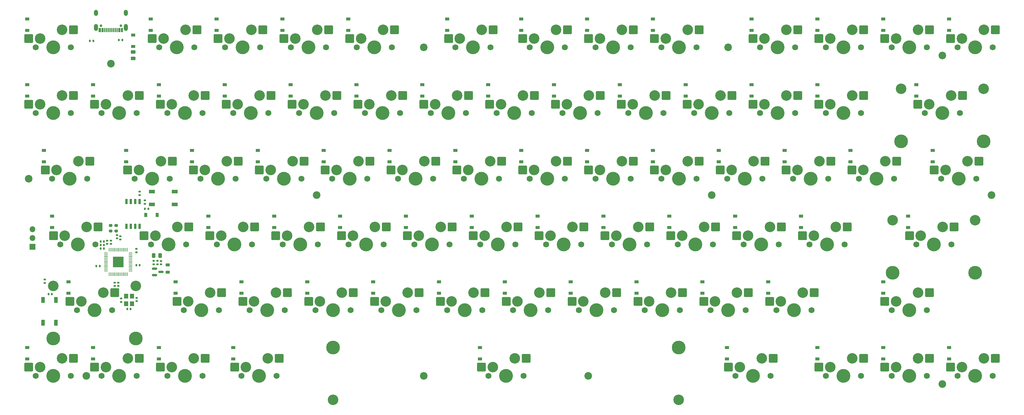
<source format=gbs>
G04 #@! TF.GenerationSoftware,KiCad,Pcbnew,(6.0.1-0)*
G04 #@! TF.CreationDate,2022-06-29T12:55:12+09:00*
G04 #@! TF.ProjectId,key-ripper,6b65792d-7269-4707-9065-722e6b696361,rev?*
G04 #@! TF.SameCoordinates,Original*
G04 #@! TF.FileFunction,Soldermask,Bot*
G04 #@! TF.FilePolarity,Negative*
%FSLAX46Y46*%
G04 Gerber Fmt 4.6, Leading zero omitted, Abs format (unit mm)*
G04 Created by KiCad (PCBNEW (6.0.1-0)) date 2022-06-29 12:55:12*
%MOMM*%
%LPD*%
G01*
G04 APERTURE LIST*
G04 Aperture macros list*
%AMRoundRect*
0 Rectangle with rounded corners*
0 $1 Rounding radius*
0 $2 $3 $4 $5 $6 $7 $8 $9 X,Y pos of 4 corners*
0 Add a 4 corners polygon primitive as box body*
4,1,4,$2,$3,$4,$5,$6,$7,$8,$9,$2,$3,0*
0 Add four circle primitives for the rounded corners*
1,1,$1+$1,$2,$3*
1,1,$1+$1,$4,$5*
1,1,$1+$1,$6,$7*
1,1,$1+$1,$8,$9*
0 Add four rect primitives between the rounded corners*
20,1,$1+$1,$2,$3,$4,$5,0*
20,1,$1+$1,$4,$5,$6,$7,0*
20,1,$1+$1,$6,$7,$8,$9,0*
20,1,$1+$1,$8,$9,$2,$3,0*%
G04 Aperture macros list end*
%ADD10C,1.750000*%
%ADD11C,3.050000*%
%ADD12C,4.000000*%
%ADD13RoundRect,0.250000X-1.025000X-1.000000X1.025000X-1.000000X1.025000X1.000000X-1.025000X1.000000X0*%
%ADD14C,2.200000*%
%ADD15C,3.048000*%
%ADD16C,3.987800*%
%ADD17R,1.700000X1.700000*%
%ADD18O,1.700000X1.700000*%
%ADD19R,1.200000X0.900000*%
%ADD20RoundRect,0.140000X0.140000X0.170000X-0.140000X0.170000X-0.140000X-0.170000X0.140000X-0.170000X0*%
%ADD21RoundRect,0.140000X0.170000X-0.140000X0.170000X0.140000X-0.170000X0.140000X-0.170000X-0.140000X0*%
%ADD22RoundRect,0.140000X-0.140000X-0.170000X0.140000X-0.170000X0.140000X0.170000X-0.140000X0.170000X0*%
%ADD23RoundRect,0.150000X-0.587500X-0.150000X0.587500X-0.150000X0.587500X0.150000X-0.587500X0.150000X0*%
%ADD24RoundRect,0.218750X-0.381250X0.218750X-0.381250X-0.218750X0.381250X-0.218750X0.381250X0.218750X0*%
%ADD25RoundRect,0.200000X0.275000X-0.200000X0.275000X0.200000X-0.275000X0.200000X-0.275000X-0.200000X0*%
%ADD26RoundRect,0.135000X0.185000X-0.135000X0.185000X0.135000X-0.185000X0.135000X-0.185000X-0.135000X0*%
%ADD27C,0.750013*%
%ADD28O,1.200000X1.800000*%
%ADD29O,1.200000X2.000000*%
%ADD30R,0.300000X1.300000*%
%ADD31R,0.900000X1.200000*%
%ADD32RoundRect,0.243750X0.243750X0.456250X-0.243750X0.456250X-0.243750X-0.456250X0.243750X-0.456250X0*%
%ADD33R,1.000000X1.700000*%
%ADD34RoundRect,0.140000X-0.170000X0.140000X-0.170000X-0.140000X0.170000X-0.140000X0.170000X0.140000X0*%
%ADD35RoundRect,0.135000X-0.185000X0.135000X-0.185000X-0.135000X0.185000X-0.135000X0.185000X0.135000X0*%
%ADD36RoundRect,0.135000X-0.135000X-0.185000X0.135000X-0.185000X0.135000X0.185000X-0.135000X0.185000X0*%
%ADD37RoundRect,0.135000X0.135000X0.185000X-0.135000X0.185000X-0.135000X-0.185000X0.135000X-0.185000X0*%
%ADD38RoundRect,0.243750X-0.456250X0.243750X-0.456250X-0.243750X0.456250X-0.243750X0.456250X0.243750X0*%
%ADD39R,1.200000X1.400000*%
%ADD40R,1.100000X0.200000*%
%ADD41R,0.200000X1.100000*%
%ADD42R,3.100000X3.100000*%
%ADD43R,1.700000X1.000000*%
%ADD44RoundRect,0.150000X0.150000X-0.650000X0.150000X0.650000X-0.150000X0.650000X-0.150000X-0.650000X0*%
G04 APERTURE END LIST*
D10*
X42545000Y-123825000D03*
D11*
X50165000Y-118745000D03*
X43815000Y-121285000D03*
D10*
X52705000Y-123825000D03*
D12*
X47625000Y-123825000D03*
D13*
X40540000Y-121285000D03*
X53467000Y-118745000D03*
D10*
X164623750Y-123825000D03*
D12*
X159543750Y-123825000D03*
D11*
X155733750Y-121285000D03*
X162083750Y-118745000D03*
D10*
X154463750Y-123825000D03*
D13*
X152458750Y-121285000D03*
X165385750Y-118745000D03*
D10*
X128905000Y-47625000D03*
D11*
X126365000Y-42545000D03*
D12*
X123825000Y-47625000D03*
D10*
X118745000Y-47625000D03*
D11*
X120015000Y-45085000D03*
D13*
X116740000Y-45085000D03*
X129667000Y-42545000D03*
D12*
X166687500Y-104775000D03*
D10*
X161607500Y-104775000D03*
D11*
X162877500Y-102235000D03*
D10*
X171767500Y-104775000D03*
D11*
X169227500Y-99695000D03*
D13*
X159602500Y-102235000D03*
X172529500Y-99695000D03*
D10*
X252095000Y-123825000D03*
D12*
X257175000Y-123825000D03*
D10*
X262255000Y-123825000D03*
D11*
X259715000Y-118745000D03*
X253365000Y-121285000D03*
D13*
X250090000Y-121285000D03*
X263017000Y-118745000D03*
D14*
X45243750Y-33337500D03*
D12*
X102393750Y-28575000D03*
D10*
X97313750Y-28575000D03*
D11*
X98583750Y-26035000D03*
D10*
X107473750Y-28575000D03*
D11*
X104933750Y-23495000D03*
D13*
X95308750Y-26035000D03*
X108235750Y-23495000D03*
D15*
X52419250Y-97790000D03*
D16*
X28543250Y-113000000D03*
D15*
X28543250Y-97790000D03*
D16*
X52419250Y-113000000D03*
D11*
X69215000Y-42545000D03*
D10*
X61595000Y-47625000D03*
D12*
X66675000Y-47625000D03*
D10*
X71755000Y-47625000D03*
D11*
X62865000Y-45085000D03*
D13*
X59590000Y-45085000D03*
X72517000Y-42545000D03*
D15*
X271430750Y-78740000D03*
D16*
X271430750Y-93950000D03*
X295306750Y-93950000D03*
D15*
X295306750Y-78740000D03*
D11*
X278765000Y-118745000D03*
D10*
X271145000Y-123825000D03*
X281305000Y-123825000D03*
D11*
X272415000Y-121285000D03*
D12*
X276225000Y-123825000D03*
D13*
X269140000Y-121285000D03*
X282067000Y-118745000D03*
D10*
X155098750Y-28575000D03*
D12*
X150018750Y-28575000D03*
D11*
X146208750Y-26035000D03*
D10*
X144938750Y-28575000D03*
D11*
X152558750Y-23495000D03*
D13*
X142933750Y-26035000D03*
X155860750Y-23495000D03*
D14*
X21431250Y-66675000D03*
D10*
X218757500Y-104775000D03*
D12*
X223837500Y-104775000D03*
D11*
X226377500Y-99695000D03*
X220027500Y-102235000D03*
D10*
X228917500Y-104775000D03*
D13*
X216752500Y-102235000D03*
X229679500Y-99695000D03*
D10*
X119380000Y-66675000D03*
X109220000Y-66675000D03*
D11*
X116840000Y-61595000D03*
X110490000Y-64135000D03*
D12*
X114300000Y-66675000D03*
D13*
X107215000Y-64135000D03*
X120142000Y-61595000D03*
D12*
X242887500Y-104775000D03*
D11*
X239077500Y-102235000D03*
D10*
X247967500Y-104775000D03*
D11*
X245427500Y-99695000D03*
D10*
X237807500Y-104775000D03*
D13*
X235802500Y-102235000D03*
X248729500Y-99695000D03*
D10*
X100330000Y-66675000D03*
D12*
X95250000Y-66675000D03*
D11*
X97790000Y-61595000D03*
X91440000Y-64135000D03*
D10*
X90170000Y-66675000D03*
D13*
X88165000Y-64135000D03*
X101092000Y-61595000D03*
D10*
X30638750Y-85725000D03*
D11*
X38258750Y-80645000D03*
D12*
X35718750Y-85725000D03*
D10*
X40798750Y-85725000D03*
D11*
X31908750Y-83185000D03*
D13*
X28633750Y-83185000D03*
X41560750Y-80645000D03*
D12*
X285750000Y-47625000D03*
D11*
X281940000Y-45085000D03*
D10*
X280670000Y-47625000D03*
X290830000Y-47625000D03*
D11*
X288290000Y-42545000D03*
D13*
X278665000Y-45085000D03*
X291592000Y-42545000D03*
D14*
X38100000Y-123825000D03*
D11*
X148590000Y-64135000D03*
D10*
X147320000Y-66675000D03*
D11*
X154940000Y-61595000D03*
D12*
X152400000Y-66675000D03*
D10*
X157480000Y-66675000D03*
D13*
X145315000Y-64135000D03*
X158242000Y-61595000D03*
D10*
X261620000Y-66675000D03*
X271780000Y-66675000D03*
D11*
X269240000Y-61595000D03*
D12*
X266700000Y-66675000D03*
D11*
X262890000Y-64135000D03*
D13*
X259615000Y-64135000D03*
X272542000Y-61595000D03*
D10*
X99695000Y-47625000D03*
D11*
X107315000Y-42545000D03*
X100965000Y-45085000D03*
D12*
X104775000Y-47625000D03*
D10*
X109855000Y-47625000D03*
D13*
X97690000Y-45085000D03*
X110617000Y-42545000D03*
D10*
X23495000Y-47625000D03*
D12*
X28575000Y-47625000D03*
D10*
X33655000Y-47625000D03*
D11*
X31115000Y-42545000D03*
X24765000Y-45085000D03*
D13*
X21490000Y-45085000D03*
X34417000Y-42545000D03*
D11*
X112077500Y-99695000D03*
D10*
X114617500Y-104775000D03*
X104457500Y-104775000D03*
D12*
X109537500Y-104775000D03*
D11*
X105727500Y-102235000D03*
D13*
X102452500Y-102235000D03*
X115379500Y-99695000D03*
D11*
X253365000Y-26035000D03*
D12*
X257175000Y-28575000D03*
D10*
X252095000Y-28575000D03*
X262255000Y-28575000D03*
D11*
X259715000Y-23495000D03*
D13*
X250090000Y-26035000D03*
X263017000Y-23495000D03*
D10*
X38417500Y-66675000D03*
X28257500Y-66675000D03*
D11*
X29527500Y-64135000D03*
X35877500Y-61595000D03*
D12*
X33337500Y-66675000D03*
D13*
X26252500Y-64135000D03*
X39179500Y-61595000D03*
D14*
X219075000Y-71437500D03*
D11*
X207327500Y-99695000D03*
D10*
X199707500Y-104775000D03*
X209867500Y-104775000D03*
D12*
X204787500Y-104775000D03*
D11*
X200977500Y-102235000D03*
D13*
X197702500Y-102235000D03*
X210629500Y-99695000D03*
D16*
X209543750Y-115600000D03*
X109543750Y-115600000D03*
D15*
X109543750Y-130810000D03*
X209543750Y-130810000D03*
D14*
X135731250Y-123825000D03*
X223837500Y-28575000D03*
D11*
X233521250Y-118745000D03*
D12*
X230981250Y-123825000D03*
D11*
X227171250Y-121285000D03*
D10*
X225901250Y-123825000D03*
X236061250Y-123825000D03*
D13*
X223896250Y-121285000D03*
X236823250Y-118745000D03*
D10*
X69373750Y-28575000D03*
D11*
X60483750Y-26035000D03*
D10*
X59213750Y-28575000D03*
D12*
X64293750Y-28575000D03*
D11*
X66833750Y-23495000D03*
D13*
X57208750Y-26035000D03*
X70135750Y-23495000D03*
D10*
X228282500Y-85725000D03*
D12*
X233362500Y-85725000D03*
D11*
X229552500Y-83185000D03*
X235902500Y-80645000D03*
D10*
X238442500Y-85725000D03*
D13*
X226277500Y-83185000D03*
X239204500Y-80645000D03*
D11*
X250190000Y-61595000D03*
D10*
X252730000Y-66675000D03*
X242570000Y-66675000D03*
D11*
X243840000Y-64135000D03*
D12*
X247650000Y-66675000D03*
D13*
X240565000Y-64135000D03*
X253492000Y-61595000D03*
D10*
X52070000Y-66675000D03*
D11*
X59690000Y-61595000D03*
X53340000Y-64135000D03*
D12*
X57150000Y-66675000D03*
D10*
X62230000Y-66675000D03*
D13*
X50065000Y-64135000D03*
X62992000Y-61595000D03*
D10*
X243205000Y-47625000D03*
D12*
X238125000Y-47625000D03*
D11*
X234315000Y-45085000D03*
D10*
X233045000Y-47625000D03*
D11*
X240665000Y-42545000D03*
D13*
X231040000Y-45085000D03*
X243967000Y-42545000D03*
D11*
X79533750Y-26035000D03*
D10*
X88423750Y-28575000D03*
D11*
X85883750Y-23495000D03*
D12*
X83343750Y-28575000D03*
D10*
X78263750Y-28575000D03*
D13*
X76258750Y-26035000D03*
X89185750Y-23495000D03*
D14*
X104775000Y-71437500D03*
D10*
X290195000Y-28575000D03*
D12*
X295275000Y-28575000D03*
D10*
X300355000Y-28575000D03*
D11*
X291465000Y-26035000D03*
X297815000Y-23495000D03*
D13*
X288190000Y-26035000D03*
X301117000Y-23495000D03*
D14*
X135731250Y-28575000D03*
D10*
X181292500Y-85725000D03*
D11*
X172402500Y-83185000D03*
D10*
X171132500Y-85725000D03*
D11*
X178752500Y-80645000D03*
D12*
X176212500Y-85725000D03*
D13*
X169127500Y-83185000D03*
X182054500Y-80645000D03*
D11*
X43815000Y-45085000D03*
D12*
X47625000Y-47625000D03*
D11*
X50165000Y-42545000D03*
D10*
X42545000Y-47625000D03*
X52705000Y-47625000D03*
D13*
X40540000Y-45085000D03*
X53467000Y-42545000D03*
D10*
X271145000Y-28575000D03*
D11*
X278765000Y-23495000D03*
D12*
X276225000Y-28575000D03*
D11*
X272415000Y-26035000D03*
D10*
X281305000Y-28575000D03*
D13*
X269140000Y-26035000D03*
X282067000Y-23495000D03*
D11*
X24765000Y-121285000D03*
D10*
X33655000Y-123825000D03*
D12*
X28575000Y-123825000D03*
D11*
X31115000Y-118745000D03*
D10*
X23495000Y-123825000D03*
D13*
X21490000Y-121285000D03*
X34417000Y-118745000D03*
D10*
X85407500Y-104775000D03*
X95567500Y-104775000D03*
D11*
X86677500Y-102235000D03*
X93027500Y-99695000D03*
D12*
X90487500Y-104775000D03*
D13*
X83402500Y-102235000D03*
X96329500Y-99695000D03*
D11*
X186690000Y-26035000D03*
D10*
X195580000Y-28575000D03*
D11*
X193040000Y-23495000D03*
D10*
X185420000Y-28575000D03*
D12*
X190500000Y-28575000D03*
D13*
X183415000Y-26035000D03*
X196342000Y-23495000D03*
D10*
X126523750Y-28575000D03*
D11*
X123983750Y-23495000D03*
D12*
X121443750Y-28575000D03*
D10*
X116363750Y-28575000D03*
D11*
X117633750Y-26035000D03*
D13*
X114358750Y-26035000D03*
X127285750Y-23495000D03*
D11*
X293052500Y-61595000D03*
X286702500Y-64135000D03*
D10*
X285432500Y-66675000D03*
X295592500Y-66675000D03*
D12*
X290512500Y-66675000D03*
D13*
X283427500Y-64135000D03*
X296354500Y-61595000D03*
D12*
X219075000Y-47625000D03*
D11*
X215265000Y-45085000D03*
D10*
X224155000Y-47625000D03*
D11*
X221615000Y-42545000D03*
D10*
X213995000Y-47625000D03*
D13*
X211990000Y-45085000D03*
X224917000Y-42545000D03*
D10*
X33655000Y-28575000D03*
D11*
X24765000Y-26035000D03*
D12*
X28575000Y-28575000D03*
D11*
X31115000Y-23495000D03*
D10*
X23495000Y-28575000D03*
D13*
X21490000Y-26035000D03*
X34417000Y-23495000D03*
D12*
X66675000Y-123825000D03*
D11*
X69215000Y-118745000D03*
X62865000Y-121285000D03*
D10*
X61595000Y-123825000D03*
X71755000Y-123825000D03*
D13*
X59590000Y-121285000D03*
X72517000Y-118745000D03*
D10*
X204470000Y-28575000D03*
D11*
X205740000Y-26035000D03*
D10*
X214630000Y-28575000D03*
D11*
X212090000Y-23495000D03*
D12*
X209550000Y-28575000D03*
D13*
X202465000Y-26035000D03*
X215392000Y-23495000D03*
D10*
X288448750Y-85725000D03*
D11*
X279558750Y-83185000D03*
X285908750Y-80645000D03*
D10*
X278288750Y-85725000D03*
D12*
X283368750Y-85725000D03*
D13*
X276283750Y-83185000D03*
X289210750Y-80645000D03*
D14*
X285750000Y-126206250D03*
D16*
X273812000Y-55850000D03*
X297688000Y-55850000D03*
D15*
X273812000Y-40640000D03*
X297688000Y-40640000D03*
D10*
X133032500Y-85725000D03*
D11*
X140652500Y-80645000D03*
D12*
X138112500Y-85725000D03*
D11*
X134302500Y-83185000D03*
D10*
X143192500Y-85725000D03*
D13*
X131027500Y-83185000D03*
X143954500Y-80645000D03*
D12*
X214312500Y-85725000D03*
D10*
X219392500Y-85725000D03*
D11*
X216852500Y-80645000D03*
D10*
X209232500Y-85725000D03*
D11*
X210502500Y-83185000D03*
D13*
X207227500Y-83185000D03*
X220154500Y-80645000D03*
D10*
X76517500Y-104775000D03*
D11*
X67627500Y-102235000D03*
D12*
X71437500Y-104775000D03*
D10*
X66357500Y-104775000D03*
D11*
X73977500Y-99695000D03*
D13*
X64352500Y-102235000D03*
X77279500Y-99695000D03*
D10*
X290195000Y-123825000D03*
D11*
X297815000Y-118745000D03*
D12*
X295275000Y-123825000D03*
D11*
X291465000Y-121285000D03*
D10*
X300355000Y-123825000D03*
D13*
X288190000Y-121285000D03*
X301117000Y-118745000D03*
D12*
X257175000Y-47625000D03*
D11*
X253365000Y-45085000D03*
D10*
X262255000Y-47625000D03*
X252095000Y-47625000D03*
D11*
X259715000Y-42545000D03*
D13*
X250090000Y-45085000D03*
X263017000Y-42545000D03*
D11*
X177165000Y-45085000D03*
D10*
X175895000Y-47625000D03*
D11*
X183515000Y-42545000D03*
D10*
X186055000Y-47625000D03*
D12*
X180975000Y-47625000D03*
D13*
X173890000Y-45085000D03*
X186817000Y-42545000D03*
D11*
X78740000Y-61595000D03*
D10*
X81280000Y-66675000D03*
D11*
X72390000Y-64135000D03*
D10*
X71120000Y-66675000D03*
D12*
X76200000Y-66675000D03*
D13*
X69115000Y-64135000D03*
X82042000Y-61595000D03*
D11*
X173990000Y-61595000D03*
D10*
X166370000Y-66675000D03*
D12*
X171450000Y-66675000D03*
D11*
X167640000Y-64135000D03*
D10*
X176530000Y-66675000D03*
D13*
X164365000Y-64135000D03*
X177292000Y-61595000D03*
D11*
X131127500Y-99695000D03*
D12*
X128587500Y-104775000D03*
D11*
X124777500Y-102235000D03*
D10*
X133667500Y-104775000D03*
X123507500Y-104775000D03*
D13*
X121502500Y-102235000D03*
X134429500Y-99695000D03*
D12*
X61912500Y-85725000D03*
D11*
X64452500Y-80645000D03*
D10*
X56832500Y-85725000D03*
X66992500Y-85725000D03*
D11*
X58102500Y-83185000D03*
D13*
X54827500Y-83185000D03*
X67754500Y-80645000D03*
D14*
X183356250Y-123825000D03*
D12*
X209550000Y-66675000D03*
D10*
X214630000Y-66675000D03*
X204470000Y-66675000D03*
D11*
X212090000Y-61595000D03*
X205740000Y-64135000D03*
D13*
X202465000Y-64135000D03*
X215392000Y-61595000D03*
D12*
X195262500Y-85725000D03*
D10*
X190182500Y-85725000D03*
D11*
X191452500Y-83185000D03*
X197802500Y-80645000D03*
D10*
X200342500Y-85725000D03*
D13*
X188177500Y-83185000D03*
X201104500Y-80645000D03*
D11*
X115252500Y-83185000D03*
D10*
X124142500Y-85725000D03*
D11*
X121602500Y-80645000D03*
D12*
X119062500Y-85725000D03*
D10*
X113982500Y-85725000D03*
D13*
X111977500Y-83185000D03*
X124904500Y-80645000D03*
D17*
X22575000Y-86450000D03*
D18*
X22575000Y-83910000D03*
X22575000Y-81370000D03*
D11*
X173990000Y-23495000D03*
D10*
X176530000Y-28575000D03*
D12*
X171450000Y-28575000D03*
D10*
X166370000Y-28575000D03*
D11*
X167640000Y-26035000D03*
D13*
X164365000Y-26035000D03*
X177292000Y-23495000D03*
D11*
X164465000Y-42545000D03*
D12*
X161925000Y-47625000D03*
D10*
X167005000Y-47625000D03*
D11*
X158115000Y-45085000D03*
D10*
X156845000Y-47625000D03*
D13*
X154840000Y-45085000D03*
X167767000Y-42545000D03*
D11*
X129540000Y-64135000D03*
X135890000Y-61595000D03*
D10*
X138430000Y-66675000D03*
X128270000Y-66675000D03*
D12*
X133350000Y-66675000D03*
D13*
X126265000Y-64135000D03*
X139192000Y-61595000D03*
D14*
X300037500Y-71437500D03*
D10*
X83026250Y-123825000D03*
D11*
X84296250Y-121285000D03*
D10*
X93186250Y-123825000D03*
D12*
X88106250Y-123825000D03*
D11*
X90646250Y-118745000D03*
D13*
X81021250Y-121285000D03*
X93948250Y-118745000D03*
D14*
X285750000Y-30956250D03*
D11*
X153352500Y-83185000D03*
D10*
X152082500Y-85725000D03*
D12*
X157162500Y-85725000D03*
D11*
X159702500Y-80645000D03*
D10*
X162242500Y-85725000D03*
D13*
X150077500Y-83185000D03*
X163004500Y-80645000D03*
D11*
X240665000Y-23495000D03*
D12*
X238125000Y-28575000D03*
D10*
X233045000Y-28575000D03*
D11*
X234315000Y-26035000D03*
D10*
X243205000Y-28575000D03*
D13*
X231040000Y-26035000D03*
X243967000Y-23495000D03*
D10*
X185420000Y-66675000D03*
D11*
X186690000Y-64135000D03*
D12*
X190500000Y-66675000D03*
D10*
X195580000Y-66675000D03*
D11*
X193040000Y-61595000D03*
D13*
X183415000Y-64135000D03*
X196342000Y-61595000D03*
D11*
X145415000Y-42545000D03*
D12*
X142875000Y-47625000D03*
D10*
X137795000Y-47625000D03*
D11*
X139065000Y-45085000D03*
D10*
X147955000Y-47625000D03*
D13*
X135790000Y-45085000D03*
X148717000Y-42545000D03*
D11*
X181927500Y-102235000D03*
D10*
X180657500Y-104775000D03*
X190817500Y-104775000D03*
D11*
X188277500Y-99695000D03*
D12*
X185737500Y-104775000D03*
D13*
X178652500Y-102235000D03*
X191579500Y-99695000D03*
D10*
X205105000Y-47625000D03*
X194945000Y-47625000D03*
D11*
X202565000Y-42545000D03*
X196215000Y-45085000D03*
D12*
X200025000Y-47625000D03*
D13*
X192940000Y-45085000D03*
X205867000Y-42545000D03*
D10*
X281305000Y-104775000D03*
X271145000Y-104775000D03*
D11*
X278765000Y-99695000D03*
D12*
X276225000Y-104775000D03*
D11*
X272415000Y-102235000D03*
D13*
X269140000Y-102235000D03*
X282067000Y-99695000D03*
D11*
X248602500Y-83185000D03*
X254952500Y-80645000D03*
D10*
X247332500Y-85725000D03*
D12*
X252412500Y-85725000D03*
D10*
X257492500Y-85725000D03*
D13*
X245327500Y-83185000D03*
X258254500Y-80645000D03*
D10*
X45561250Y-104775000D03*
X35401250Y-104775000D03*
D12*
X40481250Y-104775000D03*
D11*
X36671250Y-102235000D03*
X43021250Y-99695000D03*
D13*
X33396250Y-102235000D03*
X46323250Y-99695000D03*
D10*
X90805000Y-47625000D03*
D12*
X85725000Y-47625000D03*
D11*
X88265000Y-42545000D03*
D10*
X80645000Y-47625000D03*
D11*
X81915000Y-45085000D03*
D13*
X78640000Y-45085000D03*
X91567000Y-42545000D03*
D10*
X233680000Y-66675000D03*
D11*
X231140000Y-61595000D03*
D12*
X228600000Y-66675000D03*
D10*
X223520000Y-66675000D03*
D11*
X224790000Y-64135000D03*
D13*
X221515000Y-64135000D03*
X234442000Y-61595000D03*
D12*
X100012500Y-85725000D03*
D10*
X105092500Y-85725000D03*
D11*
X96202500Y-83185000D03*
X102552500Y-80645000D03*
D10*
X94932500Y-85725000D03*
D13*
X92927500Y-83185000D03*
X105854500Y-80645000D03*
D11*
X83502500Y-80645000D03*
D10*
X86042500Y-85725000D03*
D12*
X80962500Y-85725000D03*
D10*
X75882500Y-85725000D03*
D11*
X77152500Y-83185000D03*
D13*
X73877500Y-83185000D03*
X86804500Y-80645000D03*
D11*
X143827500Y-102235000D03*
D10*
X152717500Y-104775000D03*
D12*
X147637500Y-104775000D03*
D10*
X142557500Y-104775000D03*
D11*
X150177500Y-99695000D03*
D13*
X140552500Y-102235000D03*
X153479500Y-99695000D03*
D19*
X225862500Y-77525000D03*
X225862500Y-80825000D03*
X202050000Y-58475000D03*
X202050000Y-61775000D03*
D20*
X43255000Y-85925000D03*
X42295000Y-85925000D03*
D19*
X130612500Y-77525000D03*
X130612500Y-80825000D03*
D21*
X45225000Y-85625000D03*
X45225000Y-84665000D03*
D19*
X230625000Y-20375000D03*
X230625000Y-23675000D03*
X163950000Y-20375000D03*
X163950000Y-23675000D03*
X21075000Y-20375000D03*
X21075000Y-23675000D03*
X68700000Y-58475000D03*
X68700000Y-61775000D03*
D20*
X43235000Y-84925000D03*
X42275000Y-84925000D03*
D19*
X111562500Y-77525000D03*
X111562500Y-80825000D03*
X87750000Y-58475000D03*
X87750000Y-61775000D03*
X268725000Y-20375000D03*
X268725000Y-23675000D03*
D22*
X27195000Y-100125000D03*
X28155000Y-100125000D03*
D19*
X106800000Y-58475000D03*
X106800000Y-61775000D03*
X249675000Y-20375000D03*
X249675000Y-23675000D03*
X135375000Y-39425000D03*
X135375000Y-42725000D03*
D23*
X57837500Y-94675000D03*
X57837500Y-92775000D03*
X59712500Y-93725000D03*
D24*
X61712500Y-91662500D03*
X61712500Y-93787500D03*
D19*
X202050000Y-20375000D03*
X202050000Y-23675000D03*
X168712500Y-77525000D03*
X168712500Y-80825000D03*
X149662500Y-77525000D03*
X149662500Y-80825000D03*
X51675000Y-28325000D03*
X51675000Y-25025000D03*
X94893750Y-20375000D03*
X94893750Y-23675000D03*
X268725000Y-96575000D03*
X268725000Y-99875000D03*
D25*
X46775000Y-81875000D03*
X46775000Y-80225000D03*
D26*
X26075000Y-96935000D03*
X26075000Y-95915000D03*
D19*
X113943750Y-20375000D03*
X113943750Y-23675000D03*
D26*
X57625000Y-91485000D03*
X57625000Y-90465000D03*
D27*
X42342810Y-22309384D03*
X48142658Y-22309384D03*
D28*
X49567855Y-18609612D03*
D29*
X49567855Y-22809511D03*
D28*
X40917613Y-18609612D03*
D29*
X40917613Y-22809511D03*
D30*
X41892721Y-23577837D03*
X42692823Y-23577837D03*
X43992797Y-23577837D03*
X44992797Y-23577837D03*
X45492670Y-23577837D03*
X46492416Y-23577837D03*
X47792899Y-23577837D03*
X48592747Y-23577837D03*
X48292772Y-23577837D03*
X47492670Y-23577837D03*
X46992797Y-23577837D03*
X45992797Y-23577837D03*
X44492670Y-23577837D03*
X43492670Y-23577837D03*
X42992797Y-23577837D03*
X42192696Y-23577837D03*
D31*
X58625000Y-77225000D03*
X55325000Y-77225000D03*
D19*
X173475000Y-39425000D03*
X173475000Y-42725000D03*
D32*
X59487500Y-88975000D03*
X57612500Y-88975000D03*
D19*
X75843750Y-20375000D03*
X75843750Y-23675000D03*
X183000000Y-20375000D03*
X183000000Y-23675000D03*
X287775000Y-20375000D03*
X287775000Y-23675000D03*
D33*
X29324124Y-108424975D03*
X29325394Y-101825025D03*
X25624606Y-108424975D03*
X25624606Y-101825025D03*
D19*
X49650000Y-58475000D03*
X49650000Y-61775000D03*
X92512500Y-77525000D03*
X92512500Y-80825000D03*
X275868750Y-77525000D03*
X275868750Y-80825000D03*
X268725000Y-115625000D03*
X268725000Y-118925000D03*
X206812500Y-77525000D03*
X206812500Y-80825000D03*
X197287500Y-96575000D03*
X197287500Y-99875000D03*
X82987500Y-96575000D03*
X82987500Y-99875000D03*
D22*
X52615000Y-91805000D03*
X53575000Y-91805000D03*
D26*
X48175000Y-102445000D03*
X48175000Y-101425000D03*
D19*
X63937500Y-96575000D03*
X63937500Y-99875000D03*
X230625000Y-39425000D03*
X230625000Y-42725000D03*
D34*
X47375000Y-96825000D03*
X47375000Y-97785000D03*
D19*
X21075000Y-39425000D03*
X21075000Y-42725000D03*
X163950000Y-58475000D03*
X163950000Y-61775000D03*
X223481250Y-115625000D03*
X223481250Y-118925000D03*
D35*
X55075000Y-73005000D03*
X55075000Y-74025000D03*
D19*
X40125000Y-39425000D03*
X40125000Y-42725000D03*
D36*
X55065000Y-75425000D03*
X56085000Y-75425000D03*
D19*
X40125000Y-115625000D03*
X40125000Y-118925000D03*
D36*
X47565000Y-26525000D03*
X48585000Y-26525000D03*
D19*
X178237500Y-96575000D03*
X178237500Y-99875000D03*
X140137500Y-96575000D03*
X140137500Y-99875000D03*
X240150000Y-58475000D03*
X240150000Y-61775000D03*
D21*
X44175000Y-85625000D03*
X44175000Y-84665000D03*
D19*
X216337500Y-96575000D03*
X216337500Y-99875000D03*
X116325000Y-39425000D03*
X116325000Y-42725000D03*
X59175000Y-39425000D03*
X59175000Y-42725000D03*
X211575000Y-39425000D03*
X211575000Y-42725000D03*
D37*
X40185000Y-26725000D03*
X39165000Y-26725000D03*
D21*
X59700000Y-91530000D03*
X59700000Y-90570000D03*
D19*
X235387500Y-96575000D03*
X235387500Y-99875000D03*
X283012500Y-58475000D03*
X283012500Y-61775000D03*
D21*
X53575000Y-71405000D03*
X53575000Y-70445000D03*
D19*
X154425000Y-39425000D03*
X154425000Y-42725000D03*
D21*
X58700000Y-91480000D03*
X58700000Y-90520000D03*
D19*
X73462500Y-77525000D03*
X73462500Y-80825000D03*
X144900000Y-58475000D03*
X144900000Y-61775000D03*
X278250000Y-39425000D03*
X278250000Y-42725000D03*
X192525000Y-39425000D03*
X192525000Y-42725000D03*
D21*
X47975000Y-84305000D03*
X47975000Y-83345000D03*
D22*
X49955000Y-104495000D03*
X50915000Y-104495000D03*
D20*
X43255000Y-86925000D03*
X42295000Y-86925000D03*
X42005000Y-92055000D03*
X41045000Y-92055000D03*
D34*
X46375000Y-96825000D03*
X46375000Y-97785000D03*
D19*
X25837500Y-58475000D03*
X25837500Y-61775000D03*
X56793750Y-20375000D03*
X56793750Y-23675000D03*
X28218750Y-77525000D03*
X28218750Y-80825000D03*
D21*
X52575000Y-88025000D03*
X52575000Y-87065000D03*
D19*
X249675000Y-115625000D03*
X249675000Y-118925000D03*
X142518750Y-20375000D03*
X142518750Y-23675000D03*
X244912500Y-77525000D03*
X244912500Y-80825000D03*
X259200000Y-58475000D03*
X259200000Y-61775000D03*
D38*
X51725000Y-29937500D03*
X51725000Y-31812500D03*
D21*
X47045000Y-84005000D03*
X47045000Y-83045000D03*
D19*
X249675000Y-39425000D03*
X249675000Y-42725000D03*
X21075000Y-115625000D03*
X21075000Y-118925000D03*
X125850000Y-58475000D03*
X125850000Y-61775000D03*
D39*
X51325000Y-100725000D03*
X51325000Y-102925000D03*
X49625000Y-102925000D03*
X49625000Y-100725000D03*
D19*
X159187500Y-96575000D03*
X159187500Y-99875000D03*
X102037500Y-96575000D03*
X102037500Y-99875000D03*
X183000000Y-58475000D03*
X183000000Y-61775000D03*
X80606250Y-115625000D03*
X80606250Y-118925000D03*
D40*
X50925165Y-88224924D03*
X50925165Y-88624975D03*
X50925165Y-89025025D03*
X50925165Y-89425076D03*
X50925165Y-89824873D03*
X50925165Y-90224924D03*
X50925165Y-90624975D03*
X50925165Y-91025025D03*
X50925165Y-91425076D03*
X50925165Y-91824873D03*
X50925165Y-92224924D03*
X50925165Y-92624975D03*
X50925165Y-93025025D03*
X50925165Y-93425076D03*
D41*
X49974949Y-94375038D03*
X49575152Y-94375038D03*
X49175102Y-94375038D03*
X48775051Y-94375038D03*
X48375000Y-94375038D03*
X47974949Y-94375038D03*
X47575152Y-94375038D03*
X47175102Y-94375038D03*
X46775051Y-94375038D03*
X46375000Y-94375038D03*
X45974949Y-94375038D03*
X45575152Y-94375038D03*
X45175102Y-94375038D03*
X44775051Y-94375038D03*
D40*
X43824835Y-93425076D03*
X43824835Y-93025025D03*
X43824835Y-92624975D03*
X43824835Y-92224924D03*
X43824835Y-91824873D03*
X43824835Y-91425076D03*
X43824835Y-91025025D03*
X43824835Y-90624975D03*
X43824835Y-90224924D03*
X43824835Y-89824873D03*
X43824835Y-89425076D03*
X43824835Y-89025025D03*
X43824835Y-88624975D03*
X43824835Y-88224924D03*
D41*
X44775051Y-87274962D03*
X45175102Y-87274962D03*
X45575152Y-87274962D03*
X45974949Y-87274962D03*
X46375000Y-87274962D03*
X46775051Y-87274962D03*
X47175102Y-87274962D03*
X47575152Y-87274962D03*
X47974949Y-87274962D03*
X48375000Y-87274962D03*
X48775051Y-87274962D03*
X49175102Y-87274962D03*
X49575152Y-87274962D03*
X49974949Y-87274962D03*
D42*
X47375000Y-90824873D03*
D19*
X152043750Y-115625000D03*
X152043750Y-118925000D03*
X121087500Y-96575000D03*
X121087500Y-99875000D03*
D43*
X63674950Y-70426270D03*
X57075000Y-70425000D03*
X63674950Y-74125788D03*
X57075000Y-74125788D03*
D19*
X59175000Y-115625000D03*
X59175000Y-118925000D03*
D34*
X52675000Y-101245000D03*
X52675000Y-102205000D03*
D19*
X78225000Y-39425000D03*
X78225000Y-42725000D03*
X97275000Y-39425000D03*
X97275000Y-42725000D03*
X221100000Y-58475000D03*
X221100000Y-61775000D03*
X287775000Y-115625000D03*
X287775000Y-118925000D03*
X32981250Y-96575000D03*
X32981250Y-99875000D03*
D44*
X53580000Y-80525000D03*
X52310000Y-80525000D03*
X51040000Y-80525000D03*
X49770000Y-80525000D03*
X49770000Y-73325000D03*
X51040000Y-73325000D03*
X52310000Y-73325000D03*
X53580000Y-73325000D03*
D19*
X187762500Y-77525000D03*
X187762500Y-80825000D03*
D25*
X45175000Y-81875000D03*
X45175000Y-80225000D03*
M02*

</source>
